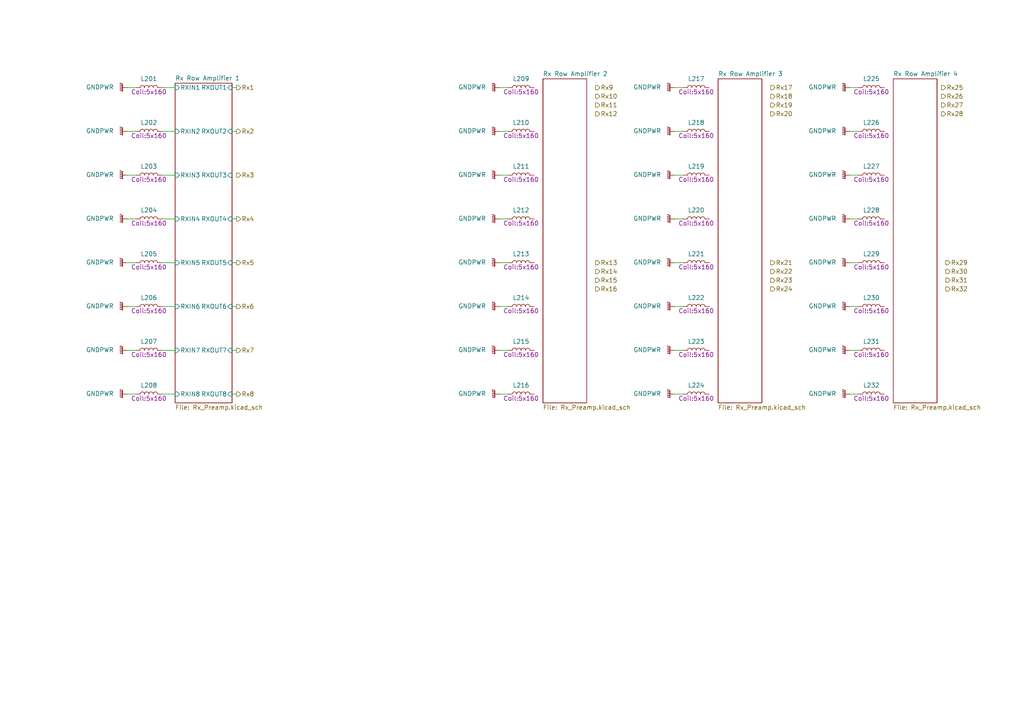
<source format=kicad_sch>
(kicad_sch (version 20250114) (generator "eeschema") (generator_version "9.0")
  (paper "A4")
  (lib_symbols
    (symbol "Device:L" (pin_numbers (hide yes)) (pin_names (offset 1.016) (hide yes))
      (property "Reference" "L" (at -1.27 0 90))
      (property "Value" "L" (at 1.905 0 90))
      (symbol "L_0_1"
        (arc (start 0 2.54) (mid 0.6323 1.905) (end 0 1.27))
        (arc (start 0 1.27) (mid 0.6323 0.635) (end 0 0))
        (arc (start 0 0) (mid 0.6323 -0.635) (end 0 -1.27))
        (arc (start 0 -1.27) (mid 0.6323 -1.905) (end 0 -2.54))
      )
      (symbol "L_1_1"
        (pin passive line (at 0 3.81 270) (length 1.27) (name "1") (number "1"))
        (pin passive line (at 0 -3.81 90) (length 1.27) (name "2") (number "2"))
      )
    )
    (symbol "power:GNDPWR" (power) (pin_numbers (hide yes)) (pin_names (offset 0) (hide yes))
      (property "Value" "GNDPWR" (at 0 -3.302 0))
      (symbol "GNDPWR_0_1"
        (polyline (pts (xy -1.016 -1.27) (xy -1.27 -2.032) (xy -1.27 -2.032)) (stroke (width 0.2032)))
        (polyline (pts (xy -0.508 -1.27) (xy -0.762 -2.032) (xy -0.762 -2.032)) (stroke (width 0.2032)))
        (polyline (pts (xy 0 -1.27) (xy 0 0)))
        (polyline (pts (xy 0 -1.27) (xy -0.254 -2.032) (xy -0.254 -2.032)) (stroke (width 0.2032)))
        (polyline (pts (xy 0.508 -1.27) (xy 0.254 -2.032) (xy 0.254 -2.032)) (stroke (width 0.2032)))
        (polyline (pts (xy 1.016 -1.27) (xy -1.016 -1.27) (xy -1.016 -1.27)) (stroke (width 0.2032)))
        (polyline (pts (xy 1.016 -1.27) (xy 0.762 -2.032) (xy 0.762 -2.032) (xy 0.762 -2.032)) (stroke (width 0.2032)))
      )
      (symbol "GNDPWR_1_1"
        (pin power_in line (at 0 0 270) (length 0) (name "~") (number "1"))
      )
    )
  )
  (wire (pts (xy 36.83 38.1) (xy 39.37 38.1)))
  (wire (pts (xy 195.58 50.8) (xy 198.12 50.8)))
  (wire (pts (xy 67.31 114.3) (xy 68.58 114.3)))
  (wire (pts (xy 67.31 88.9) (xy 68.58 88.9)))
  (wire (pts (xy 46.99 63.5) (xy 50.8 63.5)))
  (wire (pts (xy 246.38 76.2) (xy 248.92 76.2)))
  (wire (pts (xy 36.83 50.8) (xy 39.37 50.8)))
  (wire (pts (xy 36.83 76.2) (xy 39.37 76.2)))
  (wire (pts (xy 36.83 88.9) (xy 39.37 88.9)))
  (wire (pts (xy 46.99 88.9) (xy 50.8 88.9)))
  (wire (pts (xy 144.78 63.5) (xy 147.32 63.5)))
  (wire (pts (xy 36.83 63.5) (xy 39.37 63.5)))
  (wire (pts (xy 67.31 25.4) (xy 68.58 25.4)))
  (wire (pts (xy 36.83 25.4) (xy 39.37 25.4)))
  (wire (pts (xy 46.99 38.1) (xy 50.8 38.1)))
  (wire (pts (xy 144.78 38.1) (xy 147.32 38.1)))
  (wire (pts (xy 46.99 114.3) (xy 50.8 114.3)))
  (wire (pts (xy 67.31 38.1) (xy 68.58 38.1)))
  (wire (pts (xy 144.78 101.6) (xy 147.32 101.6)))
  (wire (pts (xy 246.38 25.4) (xy 248.92 25.4)))
  (wire (pts (xy 144.78 88.9) (xy 147.32 88.9)))
  (wire (pts (xy 67.31 63.5) (xy 68.58 63.5)))
  (wire (pts (xy 195.58 101.6) (xy 198.12 101.6)))
  (wire (pts (xy 246.38 101.6) (xy 248.92 101.6)))
  (wire (pts (xy 195.58 114.3) (xy 198.12 114.3)))
  (wire (pts (xy 46.99 76.2) (xy 50.8 76.2)))
  (wire (pts (xy 195.58 63.5) (xy 198.12 63.5)))
  (wire (pts (xy 46.99 25.4) (xy 50.8 25.4)))
  (wire (pts (xy 195.58 88.9) (xy 198.12 88.9)))
  (wire (pts (xy 144.78 25.4) (xy 147.32 25.4)))
  (wire (pts (xy 144.78 50.8) (xy 147.32 50.8)))
  (wire (pts (xy 246.38 114.3) (xy 248.92 114.3)))
  (wire (pts (xy 246.38 88.9) (xy 248.92 88.9)))
  (wire (pts (xy 46.99 50.8) (xy 50.8 50.8)))
  (wire (pts (xy 246.38 50.8) (xy 248.92 50.8)))
  (wire (pts (xy 36.83 114.3) (xy 39.37 114.3)))
  (wire (pts (xy 67.31 76.2) (xy 68.58 76.2)))
  (wire (pts (xy 67.31 101.6) (xy 68.58 101.6)))
  (wire (pts (xy 246.38 38.1) (xy 248.92 38.1)))
  (wire (pts (xy 246.38 63.5) (xy 248.92 63.5)))
  (wire (pts (xy 195.58 25.4) (xy 198.12 25.4)))
  (wire (pts (xy 46.99 101.6) (xy 50.8 101.6)))
  (wire (pts (xy 144.78 114.3) (xy 147.32 114.3)))
  (wire (pts (xy 195.58 38.1) (xy 198.12 38.1)))
  (wire (pts (xy 195.58 76.2) (xy 198.12 76.2)))
  (wire (pts (xy 36.83 101.6) (xy 39.37 101.6)))
  (wire (pts (xy 144.78 76.2) (xy 147.32 76.2)))
  (hierarchical_label "Rx23" (shape output) (at 223.52 81.28 0))
  (hierarchical_label "Rx11" (shape output) (at 172.72 30.48 0))
  (hierarchical_label "Rx19" (shape output) (at 223.52 30.48 0))
  (hierarchical_label "Rx18" (shape output) (at 223.52 27.94 0))
  (hierarchical_label "Rx29" (shape output) (at 274.32 76.2 0))
  (hierarchical_label "Rx20" (shape output) (at 223.52 33.02 0))
  (hierarchical_label "Rx1" (shape output) (at 68.58 25.4 0))
  (hierarchical_label "Rx26" (shape output) (at 273.05 27.94 0))
  (hierarchical_label "Rx17" (shape output) (at 223.52 25.4 0))
  (hierarchical_label "Rx14" (shape output) (at 172.72 78.74 0))
  (hierarchical_label "Rx22" (shape output) (at 223.52 78.74 0))
  (hierarchical_label "Rx9" (shape output) (at 172.72 25.4 0))
  (hierarchical_label "Rx10" (shape output) (at 172.72 27.94 0))
  (hierarchical_label "Rx5" (shape output) (at 68.58 76.2 0))
  (hierarchical_label "Rx27" (shape output) (at 273.05 30.48 0))
  (hierarchical_label "Rx21" (shape output) (at 223.52 76.2 0))
  (hierarchical_label "Rx25" (shape output) (at 273.05 25.4 0))
  (hierarchical_label "Rx16" (shape output) (at 172.72 83.82 0))
  (hierarchical_label "Rx6" (shape output) (at 68.58 88.9 0))
  (hierarchical_label "Rx12" (shape output) (at 172.72 33.02 0))
  (hierarchical_label "Rx13" (shape output) (at 172.72 76.2 0))
  (hierarchical_label "Rx3" (shape output) (at 68.58 50.8 0))
  (hierarchical_label "Rx2" (shape output) (at 68.58 38.1 0))
  (hierarchical_label "Rx24" (shape output) (at 223.52 83.82 0))
  (hierarchical_label "Rx28" (shape output) (at 273.05 33.02 0))
  (hierarchical_label "Rx8" (shape output) (at 68.58 114.3 0))
  (hierarchical_label "Rx7" (shape output) (at 68.58 101.6 0))
  (hierarchical_label "Rx15" (shape output) (at 172.72 81.28 0))
  (hierarchical_label "Rx30" (shape output) (at 274.32 78.74 0))
  (hierarchical_label "Rx31" (shape output) (at 274.32 81.28 0))
  (hierarchical_label "Rx32" (shape output) (at 274.32 83.82 0))
  (hierarchical_label "Rx4" (shape output) (at 68.58 63.5 0))
  (symbol (lib_id "power:GNDPWR") (at 246.38 63.5 270) (unit 1)
    (property "Reference" "#PWR028" (effects (hide yes)))
    (property "Value" "GNDPWR" (at 242.57 63.3729 90) (effects (justify right)))
    (property "Description" "Power symbol creates a global label with name \"GNDPWR\" , global ground" (effects (hide yes)))
  )
  (symbol (lib_id "Device:L") (at 252.73 63.5 90) (unit 1)
    (property "Reference" "L228" (at 252.73 60.96 90))
    (property "Value" "L" (effects (hide yes)))
    (property "Footprint" "Coil:5x160" (at 252.73 64.77 90))
    (property "Description" "Inductor" (effects (hide yes)))
  )
  (symbol (lib_id "power:GNDPWR") (at 144.78 76.2 270) (unit 1)
    (property "Reference" "#PWR013" (effects (hide yes)))
    (property "Value" "GNDPWR" (at 140.97 76.0729 90) (effects (justify right)))
    (property "Description" "Power symbol creates a global label with name \"GNDPWR\" , global ground" (effects (hide yes)))
  )
  (symbol (lib_id "Device:L") (at 151.13 63.5 90) (unit 1)
    (property "Reference" "L212" (at 151.13 60.96 90))
    (property "Value" "L" (effects (hide yes)))
    (property "Footprint" "Coil:5x160" (at 151.13 64.77 90))
    (property "Description" "Inductor" (effects (hide yes)))
  )
  (symbol (lib_id "power:GNDPWR") (at 144.78 38.1 270) (unit 1)
    (property "Reference" "#PWR010" (effects (hide yes)))
    (property "Value" "GNDPWR" (at 140.97 37.9729 90) (effects (justify right)))
    (property "Description" "Power symbol creates a global label with name \"GNDPWR\" , global ground" (effects (hide yes)))
  )
  (symbol (lib_id "power:GNDPWR") (at 144.78 88.9 270) (unit 1)
    (property "Reference" "#PWR014" (effects (hide yes)))
    (property "Value" "GNDPWR" (at 140.97 88.7729 90) (effects (justify right)))
    (property "Description" "Power symbol creates a global label with name \"GNDPWR\" , global ground" (effects (hide yes)))
  )
  (symbol (lib_id "Device:L") (at 43.18 76.2 90) (unit 1)
    (property "Reference" "L205" (at 43.18 73.66 90))
    (property "Value" "L" (effects (hide yes)))
    (property "Footprint" "Coil:5x160" (at 43.18 77.47 90))
    (property "Description" "Inductor" (effects (hide yes)))
  )
  (symbol (lib_id "Device:L") (at 252.73 88.9 90) (unit 1)
    (property "Reference" "L230" (at 252.73 86.36 90))
    (property "Value" "L" (effects (hide yes)))
    (property "Footprint" "Coil:5x160" (at 252.73 90.17 90))
    (property "Description" "Inductor" (effects (hide yes)))
  )
  (symbol (lib_id "power:GNDPWR") (at 246.38 25.4 270) (unit 1)
    (property "Reference" "#PWR025" (effects (hide yes)))
    (property "Value" "GNDPWR" (at 242.57 25.2729 90) (effects (justify right)))
    (property "Description" "Power symbol creates a global label with name \"GNDPWR\" , global ground" (effects (hide yes)))
  )
  (symbol (lib_id "power:GNDPWR") (at 36.83 114.3 270) (unit 1)
    (property "Reference" "#PWR08" (effects (hide yes)))
    (property "Value" "GNDPWR" (at 33.02 114.1729 90) (effects (justify right)))
    (property "Description" "Power symbol creates a global label with name \"GNDPWR\" , global ground" (effects (hide yes)))
  )
  (symbol (lib_id "power:GNDPWR") (at 144.78 101.6 270) (unit 1)
    (property "Reference" "#PWR015" (effects (hide yes)))
    (property "Value" "GNDPWR" (at 140.97 101.4729 90) (effects (justify right)))
    (property "Description" "Power symbol creates a global label with name \"GNDPWR\" , global ground" (effects (hide yes)))
  )
  (symbol (lib_id "power:GNDPWR") (at 195.58 25.4 270) (unit 1)
    (property "Reference" "#PWR017" (effects (hide yes)))
    (property "Value" "GNDPWR" (at 191.77 25.2729 90) (effects (justify right)))
    (property "Description" "Power symbol creates a global label with name \"GNDPWR\" , global ground" (effects (hide yes)))
  )
  (symbol (lib_id "power:GNDPWR") (at 246.38 101.6 270) (unit 1)
    (property "Reference" "#PWR031" (effects (hide yes)))
    (property "Value" "GNDPWR" (at 242.57 101.4729 90) (effects (justify right)))
    (property "Description" "Power symbol creates a global label with name \"GNDPWR\" , global ground" (effects (hide yes)))
  )
  (symbol (lib_id "power:GNDPWR") (at 36.83 38.1 270) (unit 1)
    (property "Reference" "#PWR02" (effects (hide yes)))
    (property "Value" "GNDPWR" (at 33.02 37.9729 90) (effects (justify right)))
    (property "Description" "Power symbol creates a global label with name \"GNDPWR\" , global ground" (effects (hide yes)))
  )
  (symbol (lib_id "Device:L") (at 151.13 76.2 90) (unit 1)
    (property "Reference" "L213" (at 151.13 73.66 90))
    (property "Value" "L" (effects (hide yes)))
    (property "Footprint" "Coil:5x160" (at 151.13 77.47 90))
    (property "Description" "Inductor" (effects (hide yes)))
  )
  (symbol (lib_id "Device:L") (at 43.18 88.9 90) (unit 1)
    (property "Reference" "L206" (at 43.18 86.36 90))
    (property "Value" "L" (effects (hide yes)))
    (property "Footprint" "Coil:5x160" (at 43.18 90.17 90))
    (property "Description" "Inductor" (effects (hide yes)))
  )
  (symbol (lib_id "power:GNDPWR") (at 195.58 50.8 270) (unit 1)
    (property "Reference" "#PWR019" (effects (hide yes)))
    (property "Value" "GNDPWR" (at 191.77 50.6729 90) (effects (justify right)))
    (property "Description" "Power symbol creates a global label with name \"GNDPWR\" , global ground" (effects (hide yes)))
  )
  (symbol (lib_id "power:GNDPWR") (at 144.78 50.8 270) (unit 1)
    (property "Reference" "#PWR011" (effects (hide yes)))
    (property "Value" "GNDPWR" (at 140.97 50.6729 90) (effects (justify right)))
    (property "Description" "Power symbol creates a global label with name \"GNDPWR\" , global ground" (effects (hide yes)))
  )
  (symbol (lib_id "power:GNDPWR") (at 246.38 88.9 270) (unit 1)
    (property "Reference" "#PWR030" (effects (hide yes)))
    (property "Value" "GNDPWR" (at 242.57 88.7729 90) (effects (justify right)))
    (property "Description" "Power symbol creates a global label with name \"GNDPWR\" , global ground" (effects (hide yes)))
  )
  (symbol (lib_id "Device:L") (at 201.93 50.8 90) (unit 1)
    (property "Reference" "L219" (at 201.93 48.26 90))
    (property "Value" "L" (effects (hide yes)))
    (property "Footprint" "Coil:5x160" (at 201.93 52.07 90))
    (property "Description" "Inductor" (effects (hide yes)))
  )
  (symbol (lib_id "power:GNDPWR") (at 195.58 76.2 270) (unit 1)
    (property "Reference" "#PWR021" (effects (hide yes)))
    (property "Value" "GNDPWR" (at 191.77 76.0729 90) (effects (justify right)))
    (property "Description" "Power symbol creates a global label with name \"GNDPWR\" , global ground" (effects (hide yes)))
  )
  (symbol (lib_id "Device:L") (at 201.93 25.4 90) (unit 1)
    (property "Reference" "L217" (at 201.93 22.86 90))
    (property "Value" "L" (effects (hide yes)))
    (property "Footprint" "Coil:5x160" (at 201.93 26.67 90))
    (property "Description" "Inductor" (effects (hide yes)))
  )
  (symbol (lib_id "power:GNDPWR") (at 144.78 114.3 270) (unit 1)
    (property "Reference" "#PWR016" (effects (hide yes)))
    (property "Value" "GNDPWR" (at 140.97 114.1729 90) (effects (justify right)))
    (property "Description" "Power symbol creates a global label with name \"GNDPWR\" , global ground" (effects (hide yes)))
  )
  (symbol (lib_id "power:GNDPWR") (at 195.58 63.5 270) (unit 1)
    (property "Reference" "#PWR020" (effects (hide yes)))
    (property "Value" "GNDPWR" (at 191.77 63.3729 90) (effects (justify right)))
    (property "Description" "Power symbol creates a global label with name \"GNDPWR\" , global ground" (effects (hide yes)))
  )
  (symbol (lib_id "Device:L") (at 252.73 101.6 90) (unit 1)
    (property "Reference" "L231" (at 252.73 99.06 90))
    (property "Value" "L" (effects (hide yes)))
    (property "Footprint" "Coil:5x160" (at 252.73 102.87 90))
    (property "Description" "Inductor" (effects (hide yes)))
  )
  (symbol (lib_id "Device:L") (at 43.18 63.5 90) (unit 1)
    (property "Reference" "L204" (at 43.18 60.96 90))
    (property "Value" "L" (effects (hide yes)))
    (property "Footprint" "Coil:5x160" (at 43.18 64.77 90))
    (property "Description" "Inductor" (effects (hide yes)))
  )
  (symbol (lib_id "Device:L") (at 151.13 38.1 90) (unit 1)
    (property "Reference" "L210" (at 151.13 35.56 90))
    (property "Value" "L" (effects (hide yes)))
    (property "Footprint" "Coil:5x160" (at 151.13 39.37 90))
    (property "Description" "Inductor" (effects (hide yes)))
  )
  (symbol (lib_id "Device:L") (at 151.13 25.4 90) (unit 1)
    (property "Reference" "L209" (at 151.13 22.86 90))
    (property "Value" "L" (effects (hide yes)))
    (property "Footprint" "Coil:5x160" (at 151.13 26.67 90))
    (property "Description" "Inductor" (effects (hide yes)))
  )
  (symbol (lib_id "power:GNDPWR") (at 246.38 50.8 270) (unit 1)
    (property "Reference" "#PWR027" (effects (hide yes)))
    (property "Value" "GNDPWR" (at 242.57 50.6729 90) (effects (justify right)))
    (property "Description" "Power symbol creates a global label with name \"GNDPWR\" , global ground" (effects (hide yes)))
  )
  (symbol (lib_id "power:GNDPWR") (at 246.38 38.1 270) (unit 1)
    (property "Reference" "#PWR026" (effects (hide yes)))
    (property "Value" "GNDPWR" (at 242.57 37.9729 90) (effects (justify right)))
    (property "Description" "Power symbol creates a global label with name \"GNDPWR\" , global ground" (effects (hide yes)))
  )
  (symbol (lib_id "Device:L") (at 43.18 114.3 90) (unit 1)
    (property "Reference" "L208" (at 43.18 111.76 90))
    (property "Value" "L" (effects (hide yes)))
    (property "Footprint" "Coil:5x160" (at 43.18 115.57 90))
    (property "Description" "Inductor" (effects (hide yes)))
  )
  (symbol (lib_id "Device:L") (at 43.18 101.6 90) (unit 1)
    (property "Reference" "L207" (at 43.18 99.06 90))
    (property "Value" "L" (effects (hide yes)))
    (property "Footprint" "Coil:5x160" (at 43.18 102.87 90))
    (property "Description" "Inductor" (effects (hide yes)))
  )
  (symbol (lib_id "Device:L") (at 43.18 38.1 90) (unit 1)
    (property "Reference" "L202" (at 43.18 35.56 90))
    (property "Value" "L" (effects (hide yes)))
    (property "Footprint" "Coil:5x160" (at 43.18 39.37 90))
    (property "Description" "Inductor" (effects (hide yes)))
  )
  (symbol (lib_id "power:GNDPWR") (at 36.83 63.5 270) (unit 1)
    (property "Reference" "#PWR04" (effects (hide yes)))
    (property "Value" "GNDPWR" (at 33.02 63.3729 90) (effects (justify right)))
    (property "Description" "Power symbol creates a global label with name \"GNDPWR\" , global ground" (effects (hide yes)))
  )
  (symbol (lib_id "power:GNDPWR") (at 36.83 50.8 270) (unit 1)
    (property "Reference" "#PWR03" (effects (hide yes)))
    (property "Value" "GNDPWR" (at 33.02 50.6729 90) (effects (justify right)))
    (property "Description" "Power symbol creates a global label with name \"GNDPWR\" , global ground" (effects (hide yes)))
  )
  (symbol (lib_id "Device:L") (at 252.73 76.2 90) (unit 1)
    (property "Reference" "L229" (at 252.73 73.66 90))
    (property "Value" "L" (effects (hide yes)))
    (property "Footprint" "Coil:5x160" (at 252.73 77.47 90))
    (property "Description" "Inductor" (effects (hide yes)))
  )
  (symbol (lib_id "power:GNDPWR") (at 36.83 101.6 270) (unit 1)
    (property "Reference" "#PWR07" (effects (hide yes)))
    (property "Value" "GNDPWR" (at 33.02 101.4729 90) (effects (justify right)))
    (property "Description" "Power symbol creates a global label with name \"GNDPWR\" , global ground" (effects (hide yes)))
  )
  (symbol (lib_id "Device:L") (at 252.73 25.4 90) (unit 1)
    (property "Reference" "L225" (at 252.73 22.86 90))
    (property "Value" "L" (effects (hide yes)))
    (property "Footprint" "Coil:5x160" (at 252.73 26.67 90))
    (property "Description" "Inductor" (effects (hide yes)))
  )
  (symbol (lib_id "power:GNDPWR") (at 246.38 76.2 270) (unit 1)
    (property "Reference" "#PWR029" (effects (hide yes)))
    (property "Value" "GNDPWR" (at 242.57 76.0729 90) (effects (justify right)))
    (property "Description" "Power symbol creates a global label with name \"GNDPWR\" , global ground" (effects (hide yes)))
  )
  (symbol (lib_id "power:GNDPWR") (at 246.38 114.3 270) (unit 1)
    (property "Reference" "#PWR032" (effects (hide yes)))
    (property "Value" "GNDPWR" (at 242.57 114.1729 90) (effects (justify right)))
    (property "Description" "Power symbol creates a global label with name \"GNDPWR\" , global ground" (effects (hide yes)))
  )
  (symbol (lib_id "Device:L") (at 201.93 76.2 90) (unit 1)
    (property "Reference" "L221" (at 201.93 73.66 90))
    (property "Value" "L" (effects (hide yes)))
    (property "Footprint" "Coil:5x160" (at 201.93 77.47 90))
    (property "Description" "Inductor" (effects (hide yes)))
  )
  (symbol (lib_id "Device:L") (at 201.93 101.6 90) (unit 1)
    (property "Reference" "L223" (at 201.93 99.06 90))
    (property "Value" "L" (effects (hide yes)))
    (property "Footprint" "Coil:5x160" (at 201.93 102.87 90))
    (property "Description" "Inductor" (effects (hide yes)))
  )
  (symbol (lib_id "Device:L") (at 252.73 50.8 90) (unit 1)
    (property "Reference" "L227" (at 252.73 48.26 90))
    (property "Value" "L" (effects (hide yes)))
    (property "Footprint" "Coil:5x160" (at 252.73 52.07 90))
    (property "Description" "Inductor" (effects (hide yes)))
  )
  (symbol (lib_id "Device:L") (at 252.73 114.3 90) (unit 1)
    (property "Reference" "L232" (at 252.73 111.76 90))
    (property "Value" "L" (effects (hide yes)))
    (property "Footprint" "Coil:5x160" (at 252.73 115.57 90))
    (property "Description" "Inductor" (effects (hide yes)))
  )
  (symbol (lib_id "power:GNDPWR") (at 144.78 25.4 270) (unit 1)
    (property "Reference" "#PWR09" (effects (hide yes)))
    (property "Value" "GNDPWR" (at 140.97 25.2729 90) (effects (justify right)))
    (property "Description" "Power symbol creates a global label with name \"GNDPWR\" , global ground" (effects (hide yes)))
  )
  (symbol (lib_id "power:GNDPWR") (at 195.58 88.9 270) (unit 1)
    (property "Reference" "#PWR022" (effects (hide yes)))
    (property "Value" "GNDPWR" (at 191.77 88.7729 90) (effects (justify right)))
    (property "Description" "Power symbol creates a global label with name \"GNDPWR\" , global ground" (effects (hide yes)))
  )
  (symbol (lib_id "power:GNDPWR") (at 195.58 38.1 270) (unit 1)
    (property "Reference" "#PWR018" (effects (hide yes)))
    (property "Value" "GNDPWR" (at 191.77 37.9729 90) (effects (justify right)))
    (property "Description" "Power symbol creates a global label with name \"GNDPWR\" , global ground" (effects (hide yes)))
  )
  (symbol (lib_id "Device:L") (at 201.93 63.5 90) (unit 1)
    (property "Reference" "L220" (at 201.93 60.96 90))
    (property "Value" "L" (effects (hide yes)))
    (property "Footprint" "Coil:5x160" (at 201.93 64.77 90))
    (property "Description" "Inductor" (effects (hide yes)))
  )
  (symbol (lib_id "power:GNDPWR") (at 36.83 76.2 270) (unit 1)
    (property "Reference" "#PWR05" (effects (hide yes)))
    (property "Value" "GNDPWR" (at 33.02 76.0729 90) (effects (justify right)))
    (property "Description" "Power symbol creates a global label with name \"GNDPWR\" , global ground" (effects (hide yes)))
  )
  (symbol (lib_id "power:GNDPWR") (at 195.58 114.3 270) (unit 1)
    (property "Reference" "#PWR024" (effects (hide yes)))
    (property "Value" "GNDPWR" (at 191.77 114.1729 90) (effects (justify right)))
    (property "Description" "Power symbol creates a global label with name \"GNDPWR\" , global ground" (effects (hide yes)))
  )
  (symbol (lib_id "Device:L") (at 151.13 88.9 90) (unit 1)
    (property "Reference" "L214" (at 151.13 86.36 90))
    (property "Value" "L" (effects (hide yes)))
    (property "Footprint" "Coil:5x160" (at 151.13 90.17 90))
    (property "Description" "Inductor" (effects (hide yes)))
  )
  (symbol (lib_id "Device:L") (at 151.13 114.3 90) (unit 1)
    (property "Reference" "L216" (at 151.13 111.76 90))
    (property "Value" "L" (effects (hide yes)))
    (property "Footprint" "Coil:5x160" (at 151.13 115.57 90))
    (property "Description" "Inductor" (effects (hide yes)))
  )
  (symbol (lib_id "power:GNDPWR") (at 195.58 101.6 270) (unit 1)
    (property "Reference" "#PWR023" (effects (hide yes)))
    (property "Value" "GNDPWR" (at 191.77 101.4729 90) (effects (justify right)))
    (property "Description" "Power symbol creates a global label with name \"GNDPWR\" , global ground" (effects (hide yes)))
  )
  (symbol (lib_id "Device:L") (at 43.18 25.4 90) (unit 1)
    (property "Reference" "L201" (at 43.18 22.86 90))
    (property "Value" "L" (effects (hide yes)))
    (property "Footprint" "Coil:5x160" (at 43.18 26.67 90))
    (property "Description" "Inductor" (effects (hide yes)))
  )
  (symbol (lib_id "Device:L") (at 201.93 88.9 90) (unit 1)
    (property "Reference" "L222" (at 201.93 86.36 90))
    (property "Value" "L" (effects (hide yes)))
    (property "Footprint" "Coil:5x160" (at 201.93 90.17 90))
    (property "Description" "Inductor" (effects (hide yes)))
  )
  (symbol (lib_id "power:GNDPWR") (at 36.83 25.4 270) (unit 1)
    (property "Reference" "#PWR01" (effects (hide yes)))
    (property "Value" "GNDPWR" (at 33.02 25.2729 90) (effects (justify right)))
    (property "Description" "Power symbol creates a global label with name \"GNDPWR\" , global ground" (effects (hide yes)))
  )
  (symbol (lib_id "Device:L") (at 43.18 50.8 90) (unit 1)
    (property "Reference" "L203" (at 43.18 48.26 90))
    (property "Value" "L" (effects (hide yes)))
    (property "Footprint" "Coil:5x160" (at 43.18 52.07 90))
    (property "Description" "Inductor" (effects (hide yes)))
  )
  (symbol (lib_id "Device:L") (at 252.73 38.1 90) (unit 1)
    (property "Reference" "L226" (at 252.73 35.56 90))
    (property "Value" "L" (effects (hide yes)))
    (property "Footprint" "Coil:5x160" (at 252.73 39.37 90))
    (property "Description" "Inductor" (effects (hide yes)))
  )
  (symbol (lib_id "Device:L") (at 201.93 38.1 90) (unit 1)
    (property "Reference" "L218" (at 201.93 35.56 90))
    (property "Value" "L" (effects (hide yes)))
    (property "Footprint" "Coil:5x160" (at 201.93 39.37 90))
    (property "Description" "Inductor" (effects (hide yes)))
  )
  (symbol (lib_id "Device:L") (at 201.93 114.3 90) (unit 1)
    (property "Reference" "L224" (at 201.93 111.76 90))
    (property "Value" "L" (effects (hide yes)))
    (property "Footprint" "Coil:5x160" (at 201.93 115.57 90))
    (property "Description" "Inductor" (effects (hide yes)))
  )
  (symbol (lib_id "Device:L") (at 151.13 101.6 90) (unit 1)
    (property "Reference" "L215" (at 151.13 99.06 90))
    (property "Value" "L" (effects (hide yes)))
    (property "Footprint" "Coil:5x160" (at 151.13 102.87 90))
    (property "Description" "Inductor" (effects (hide yes)))
  )
  (symbol (lib_id "power:GNDPWR") (at 36.83 88.9 270) (unit 1)
    (property "Reference" "#PWR06" (effects (hide yes)))
    (property "Value" "GNDPWR" (at 33.02 88.7729 90) (effects (justify right)))
    (property "Description" "Power symbol creates a global label with name \"GNDPWR\" , global ground" (effects (hide yes)))
  )
  (symbol (lib_id "power:GNDPWR") (at 144.78 63.5 270) (unit 1)
    (property "Reference" "#PWR012" (effects (hide yes)))
    (property "Value" "GNDPWR" (at 140.97 63.3729 90) (effects (justify right)))
    (property "Description" "Power symbol creates a global label with name \"GNDPWR\" , global ground" (effects (hide yes)))
  )
  (symbol (lib_id "Device:L") (at 151.13 50.8 90) (unit 1)
    (property "Reference" "L211" (at 151.13 48.26 90))
    (property "Value" "L" (effects (hide yes)))
    (property "Footprint" "Coil:5x160" (at 151.13 52.07 90))
    (property "Description" "Inductor" (effects (hide yes)))
  )
  (sheet (at 259.08 22.86) (size 12.7 93.98) (stroke (width 0.1524))
    (property "Sheetname" "Rx Row Amplifier 4" (at 259.08 22.1484 0) (effects (justify left bottom)))
    (property "Sheetfile" "Rx_Preamp.kicad_sch" (at 259.08 117.4246 0) (effects (justify left top)))
  )
  (sheet (at 208.28 22.86) (size 12.7 93.98) (stroke (width 0.1524))
    (property "Sheetname" "Rx Row Amplifier 3" (at 208.28 22.1484 0) (effects (justify left bottom)))
    (property "Sheetfile" "Rx_Preamp.kicad_sch" (at 208.28 117.4246 0) (effects (justify left top)))
  )
  (sheet (at 157.48 22.86) (size 12.7 93.98) (stroke (width 0.1524))
    (property "Sheetname" "Rx Row Amplifier 2" (at 157.48 22.1484 0) (effects (justify left bottom)))
    (property "Sheetfile" "Rx_Preamp.kicad_sch" (at 157.48 117.4246 0) (effects (justify left top)))
  )
  (sheet (at 50.8 24.13) (size 16.51 92.71) (stroke (width 0.1524))
    (property "Sheetname" "Rx Row Amplifier 1" (at 50.8 23.4184 0) (effects (justify left bottom)))
    (property "Sheetfile" "Rx_Preamp.kicad_sch" (at 50.8 117.4246 0) (effects (justify left top)))
    (pin "RXIN1" input (at 50.8 25.4 180))
    (pin "RXIN2" input (at 50.8 38.1 180))
    (pin "RXIN3" input (at 50.8 50.8 180))
    (pin "RXIN4" input (at 50.8 63.5 180))
    (pin "RXIN5" input (at 50.8 76.2 180))
    (pin "RXIN6" input (at 50.8 88.9 180))
    (pin "RXIN7" input (at 50.8 101.6 180))
    (pin "RXIN8" input (at 50.8 114.3 180))
    (pin "RXOUT1" input (at 67.31 25.4 0))
    (pin "RXOUT2" input (at 67.31 38.1 0))
    (pin "RXOUT3" input (at 67.31 50.8 0))
    (pin "RXOUT4" input (at 67.31 63.5 0))
    (pin "RXOUT5" input (at 67.31 76.2 0))
    (pin "RXOUT6" input (at 67.31 88.9 0))
    (pin "RXOUT7" input (at 67.31 101.6 0))
    (pin "RXOUT8" input (at 67.31 114.3 0))
  )
)
</source>
